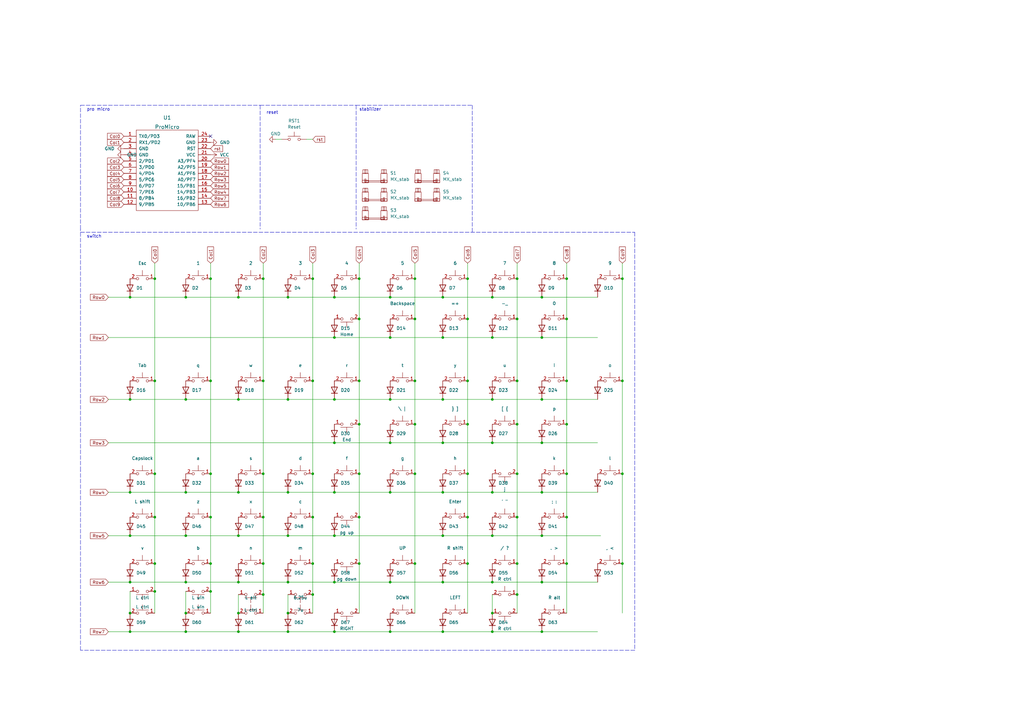
<source format=kicad_sch>
(kicad_sch (version 20231120) (generator "eeschema") (generator_version "8.0")
  (paper "A3")
  (junction (at 128.27 212.09))
  (junction (at 107.95 231.14))
  (junction (at 191.77 156.21))
  (junction (at 191.77 194.31))
  (junction (at 255.27 156.21))
  (junction (at 212.09 114.3))
  (junction (at 107.95 243.84))
  (junction (at 222.25 181.61))
  (junction (at 86.36 231.14))
  (junction (at 222.25 121.92))
  (junction (at 118.11 121.92))
  (junction (at 212.09 130.81))
  (junction (at 170.18 130.81))
  (junction (at 181.61 259.08))
  (junction (at 97.79 238.76))
  (junction (at 63.5 156.21))
  (junction (at 53.34 238.76))
  (junction (at 160.02 138.43))
  (junction (at 255.27 194.31))
  (junction (at 222.25 138.43))
  (junction (at 201.93 181.61))
  (junction (at 232.41 114.3))
  (junction (at 118.11 163.83))
  (junction (at 181.61 138.43))
  (junction (at 76.2 251.46))
  (junction (at 128.27 114.3))
  (junction (at 212.09 243.84))
  (junction (at 63.5 231.14))
  (junction (at 63.5 114.3))
  (junction (at 181.61 219.71))
  (junction (at 147.32 173.99))
  (junction (at 118.11 259.08))
  (junction (at 128.27 156.21))
  (junction (at 137.16 259.08))
  (junction (at 97.79 201.93))
  (junction (at 201.93 163.83))
  (junction (at 170.18 231.14))
  (junction (at 212.09 231.14))
  (junction (at 170.18 156.21))
  (junction (at 137.16 163.83))
  (junction (at 170.18 114.3))
  (junction (at 137.16 201.93))
  (junction (at 76.2 219.71))
  (junction (at 63.5 194.31))
  (junction (at 86.36 194.31))
  (junction (at 53.34 219.71))
  (junction (at 201.93 238.76))
  (junction (at 170.18 173.99))
  (junction (at 212.09 156.21))
  (junction (at 97.79 121.92))
  (junction (at 160.02 121.92))
  (junction (at 118.11 201.93))
  (junction (at 212.09 212.09))
  (junction (at 232.41 231.14))
  (junction (at 137.16 238.76))
  (junction (at 53.34 259.08))
  (junction (at 232.41 156.21))
  (junction (at 232.41 212.09))
  (junction (at 86.36 242.57))
  (junction (at 222.25 219.71))
  (junction (at 86.36 212.09))
  (junction (at 53.34 121.92))
  (junction (at 160.02 181.61))
  (junction (at 137.16 121.92))
  (junction (at 191.77 173.99))
  (junction (at 232.41 130.81))
  (junction (at 128.27 194.31))
  (junction (at 232.41 194.31))
  (junction (at 63.5 242.57))
  (junction (at 147.32 114.3))
  (junction (at 53.34 251.46))
  (junction (at 255.27 114.3))
  (junction (at 53.34 201.93))
  (junction (at 118.11 238.76))
  (junction (at 191.77 130.81))
  (junction (at 147.32 194.31))
  (junction (at 118.11 219.71))
  (junction (at 201.93 201.93))
  (junction (at 160.02 163.83))
  (junction (at 76.2 201.93))
  (junction (at 160.02 238.76))
  (junction (at 181.61 181.61))
  (junction (at 201.93 121.92))
  (junction (at 128.27 231.14))
  (junction (at 222.25 259.08))
  (junction (at 86.36 114.3))
  (junction (at 147.32 130.81))
  (junction (at 76.2 121.92))
  (junction (at 97.79 163.83))
  (junction (at 107.95 194.31))
  (junction (at 201.93 138.43))
  (junction (at 160.02 201.93))
  (junction (at 201.93 219.71))
  (junction (at 191.77 114.3))
  (junction (at 76.2 259.08))
  (junction (at 86.36 156.21))
  (junction (at 97.79 259.08))
  (junction (at 181.61 201.93))
  (junction (at 201.93 251.46))
  (junction (at 118.11 251.46))
  (junction (at 107.95 156.21))
  (junction (at 222.25 201.93))
  (junction (at 191.77 212.09))
  (junction (at 160.02 259.08))
  (junction (at 147.32 156.21))
  (junction (at 181.61 238.76))
  (junction (at 222.25 163.83))
  (junction (at 147.32 231.14))
  (junction (at 232.41 173.99))
  (junction (at 255.27 231.14))
  (junction (at 53.34 163.83))
  (junction (at 222.25 238.76))
  (junction (at 181.61 121.92))
  (junction (at 201.93 259.08))
  (junction (at 76.2 238.76))
  (junction (at 97.79 219.71))
  (junction (at 137.16 219.71))
  (junction (at 63.5 212.09))
  (junction (at 107.95 212.09))
  (junction (at 97.79 251.46))
  (junction (at 128.27 243.84))
  (junction (at 137.16 138.43))
  (junction (at 212.09 173.99))
  (junction (at 191.77 231.14))
  (junction (at 212.09 194.31))
  (junction (at 181.61 163.83))
  (junction (at 170.18 194.31))
  (junction (at 107.95 114.3))
  (junction (at 137.16 181.61))
  (junction (at 147.32 212.09))
  (junction (at 76.2 163.83))
  (no_connect (at 86.36 55.88))
  (polyline (pts (xy 146.05 43.18) (xy 146.05 93.98)) (stroke (width 0) (type dash)))
  (wire (pts (xy 160.02 121.92) (xy 181.61 121.92)))
  (wire (pts (xy 44.45 121.92) (xy 53.34 121.92)))
  (polyline (pts (xy 33.02 43.18) (xy 106.68 43.18)) (stroke (width 0) (type dash)))
  (wire (pts (xy 255.27 231.14) (xy 255.27 251.46)))
  (wire (pts (xy 232.41 231.14) (xy 232.41 251.46)))
  (wire (pts (xy 76.2 259.08) (xy 97.79 259.08)))
  (wire (pts (xy 201.93 181.61) (xy 222.25 181.61)))
  (wire (pts (xy 128.27 231.14) (xy 128.27 243.84)))
  (wire (pts (xy 222.25 201.93) (xy 245.11 201.93)))
  (wire (pts (xy 212.09 231.14) (xy 212.09 243.84)))
  (wire (pts (xy 118.11 219.71) (xy 137.16 219.71)))
  (wire (pts (xy 222.25 259.08) (xy 245.11 259.08)))
  (wire (pts (xy 86.36 156.21) (xy 86.36 194.31)))
  (wire (pts (xy 181.61 259.08) (xy 201.93 259.08)))
  (wire (pts (xy 201.93 259.08) (xy 222.25 259.08)))
  (wire (pts (xy 97.79 121.92) (xy 118.11 121.92)))
  (wire (pts (xy 118.11 163.83) (xy 137.16 163.83)))
  (wire (pts (xy 255.27 156.21) (xy 255.27 194.31)))
  (wire (pts (xy 53.34 242.57) (xy 53.34 251.46)))
  (wire (pts (xy 232.41 194.31) (xy 232.41 212.09)))
  (wire (pts (xy 212.09 156.21) (xy 212.09 173.99)))
  (wire (pts (xy 63.5 107.95) (xy 63.5 114.3)))
  (wire (pts (xy 63.5 231.14) (xy 63.5 242.57)))
  (wire (pts (xy 125.73 57.15) (xy 128.27 57.15)))
  (wire (pts (xy 53.34 201.93) (xy 76.2 201.93)))
  (wire (pts (xy 232.41 212.09) (xy 232.41 231.14)))
  (wire (pts (xy 86.36 194.31) (xy 86.36 212.09)))
  (wire (pts (xy 222.25 181.61) (xy 245.11 181.61)))
  (wire (pts (xy 201.93 201.93) (xy 222.25 201.93)))
  (wire (pts (xy 212.09 243.84) (xy 212.09 251.46)))
  (wire (pts (xy 170.18 130.81) (xy 170.18 156.21)))
  (wire (pts (xy 53.34 121.92) (xy 76.2 121.92)))
  (wire (pts (xy 63.5 212.09) (xy 63.5 231.14)))
  (wire (pts (xy 147.32 231.14) (xy 147.32 251.46)))
  (polyline (pts (xy 146.05 43.18) (xy 193.675 43.18)) (stroke (width 0) (type dash)))
  (wire (pts (xy 255.27 114.3) (xy 255.27 107.95)))
  (wire (pts (xy 76.2 201.93) (xy 97.79 201.93)))
  (wire (pts (xy 255.27 194.31) (xy 255.27 231.14)))
  (wire (pts (xy 191.77 212.09) (xy 191.77 231.14)))
  (wire (pts (xy 201.93 243.84) (xy 201.93 251.46)))
  (wire (pts (xy 160.02 181.61) (xy 181.61 181.61)))
  (wire (pts (xy 76.2 219.71) (xy 97.79 219.71)))
  (wire (pts (xy 147.32 212.09) (xy 147.32 231.14)))
  (wire (pts (xy 63.5 156.21) (xy 63.5 194.31)))
  (wire (pts (xy 97.79 201.93) (xy 118.11 201.93)))
  (wire (pts (xy 160.02 201.93) (xy 181.61 201.93)))
  (wire (pts (xy 147.32 194.31) (xy 147.32 212.09)))
  (wire (pts (xy 212.09 130.81) (xy 212.09 156.21)))
  (wire (pts (xy 107.95 212.09) (xy 107.95 231.14)))
  (wire (pts (xy 222.25 121.92) (xy 245.11 121.92)))
  (wire (pts (xy 160.02 259.08) (xy 181.61 259.08)))
  (wire (pts (xy 191.77 194.31) (xy 191.77 212.09)))
  (wire (pts (xy 160.02 138.43) (xy 181.61 138.43)))
  (wire (pts (xy 63.5 242.57) (xy 63.5 251.46)))
  (polyline (pts (xy 193.675 43.18) (xy 193.675 95.25)) (stroke (width 0) (type dash)))
  (wire (pts (xy 191.77 130.81) (xy 191.77 156.21)))
  (wire (pts (xy 137.16 138.43) (xy 160.02 138.43)))
  (wire (pts (xy 53.34 238.76) (xy 76.2 238.76)))
  (wire (pts (xy 137.16 201.93) (xy 160.02 201.93)))
  (wire (pts (xy 181.61 138.43) (xy 201.93 138.43)))
  (wire (pts (xy 97.79 243.84) (xy 97.79 251.46)))
  (wire (pts (xy 118.11 121.92) (xy 137.16 121.92)))
  (wire (pts (xy 181.61 121.92) (xy 201.93 121.92)))
  (wire (pts (xy 170.18 156.21) (xy 170.18 173.99)))
  (wire (pts (xy 232.41 114.3) (xy 232.41 107.95)))
  (wire (pts (xy 86.36 242.57) (xy 86.36 251.46)))
  (wire (pts (xy 76.2 238.76) (xy 97.79 238.76)))
  (wire (pts (xy 76.2 242.57) (xy 76.2 251.46)))
  (wire (pts (xy 86.36 212.09) (xy 86.36 231.14)))
  (wire (pts (xy 44.45 219.71) (xy 53.34 219.71)))
  (wire (pts (xy 128.27 114.3) (xy 128.27 156.21)))
  (wire (pts (xy 201.93 163.83) (xy 222.25 163.83)))
  (wire (pts (xy 53.34 219.71) (xy 76.2 219.71)))
  (wire (pts (xy 212.09 194.31) (xy 212.09 212.09)))
  (wire (pts (xy 222.25 138.43) (xy 245.11 138.43)))
  (wire (pts (xy 181.61 201.93) (xy 201.93 201.93)))
  (wire (pts (xy 44.45 181.61) (xy 137.16 181.61)))
  (wire (pts (xy 44.45 259.08) (xy 53.34 259.08)))
  (wire (pts (xy 181.61 163.83) (xy 201.93 163.83)))
  (wire (pts (xy 118.11 201.93) (xy 137.16 201.93)))
  (wire (pts (xy 128.27 114.3) (xy 128.27 107.95)))
  (wire (pts (xy 137.16 163.83) (xy 160.02 163.83)))
  (polyline (pts (xy 260.35 95.25) (xy 260.35 266.7)) (stroke (width 0) (type dash)))
  (wire (pts (xy 170.18 114.3) (xy 170.18 107.95)))
  (polyline (pts (xy 33.02 95.25) (xy 260.35 95.25)) (stroke (width 0) (type dash)))
  (wire (pts (xy 118.11 243.84) (xy 118.11 251.46)))
  (wire (pts (xy 137.16 219.71) (xy 181.61 219.71)))
  (wire (pts (xy 181.61 219.71) (xy 201.93 219.71)))
  (wire (pts (xy 181.61 181.61) (xy 201.93 181.61)))
  (wire (pts (xy 137.16 181.61) (xy 160.02 181.61)))
  (wire (pts (xy 160.02 238.76) (xy 181.61 238.76)))
  (wire (pts (xy 222.25 219.71) (xy 246.38 219.71)))
  (wire (pts (xy 147.32 173.99) (xy 147.32 194.31)))
  (wire (pts (xy 232.41 130.81) (xy 232.41 156.21)))
  (wire (pts (xy 128.27 156.21) (xy 128.27 194.31)))
  (wire (pts (xy 53.34 259.08) (xy 76.2 259.08)))
  (wire (pts (xy 137.16 121.92) (xy 160.02 121.92)))
  (wire (pts (xy 44.45 201.93) (xy 53.34 201.93)))
  (polyline (pts (xy 106.68 43.18) (xy 146.05 43.18)) (stroke (width 0) (type dash)))
  (wire (pts (xy 147.32 114.3) (xy 147.32 130.81)))
  (wire (pts (xy 212.09 114.3) (xy 212.09 130.81)))
  (wire (pts (xy 44.45 138.43) (xy 137.16 138.43)))
  (wire (pts (xy 76.2 163.83) (xy 97.79 163.83)))
  (wire (pts (xy 170.18 194.31) (xy 170.18 231.14)))
  (wire (pts (xy 53.34 163.83) (xy 76.2 163.83)))
  (polyline (pts (xy 33.02 266.7) (xy 33.02 193.04)) (stroke (width 0) (type dash)))
  (wire (pts (xy 118.11 238.76) (xy 137.16 238.76)))
  (wire (pts (xy 201.93 121.92) (xy 222.25 121.92)))
  (wire (pts (xy 255.27 114.3) (xy 255.27 156.21)))
  (polyline (pts (xy 260.35 266.7) (xy 33.02 266.7)) (stroke (width 0) (type dash)))
  (wire (pts (xy 128.27 243.84) (xy 128.27 251.46)))
  (wire (pts (xy 118.11 259.08) (xy 137.16 259.08)))
  (wire (pts (xy 232.41 173.99) (xy 232.41 194.31)))
  (wire (pts (xy 212.09 173.99) (xy 212.09 194.31)))
  (wire (pts (xy 107.95 194.31) (xy 107.95 212.09)))
  (wire (pts (xy 147.32 114.3) (xy 147.32 107.95)))
  (wire (pts (xy 201.93 138.43) (xy 222.25 138.43)))
  (wire (pts (xy 222.25 238.76) (xy 245.11 238.76)))
  (wire (pts (xy 86.36 114.3) (xy 86.36 156.21)))
  (wire (pts (xy 107.95 114.3) (xy 107.95 107.95)))
  (wire (pts (xy 170.18 231.14) (xy 170.18 251.46)))
  (wire (pts (xy 181.61 238.76) (xy 201.93 238.76)))
  (wire (pts (xy 97.79 259.08) (xy 118.11 259.08)))
  (wire (pts (xy 107.95 243.84) (xy 107.95 251.46)))
  (wire (pts (xy 107.95 231.14) (xy 107.95 243.84)))
  (wire (pts (xy 222.25 163.83) (xy 245.11 163.83)))
  (wire (pts (xy 137.16 259.08) (xy 160.02 259.08)))
  (wire (pts (xy 232.41 156.21) (xy 232.41 173.99)))
  (wire (pts (xy 86.36 231.14) (xy 86.36 242.57)))
  (wire (pts (xy 191.77 114.3) (xy 191.77 107.95)))
  (wire (pts (xy 147.32 156.21) (xy 147.32 173.99)))
  (wire (pts (xy 147.32 130.81) (xy 147.32 156.21)))
  (wire (pts (xy 191.77 114.3) (xy 191.77 130.81)))
  (wire (pts (xy 201.93 219.71) (xy 222.25 219.71)))
  (wire (pts (xy 107.95 156.21) (xy 107.95 194.31)))
  (wire (pts (xy 107.95 114.3) (xy 107.95 156.21)))
  (wire (pts (xy 76.2 121.92) (xy 97.79 121.92)))
  (polyline (pts (xy 106.68 43.18) (xy 106.68 93.98)) (stroke (width 0) (type dash)))
  (wire (pts (xy 170.18 173.99) (xy 170.18 194.31)))
  (wire (pts (xy 201.93 238.76) (xy 222.25 238.76)))
  (wire (pts (xy 97.79 219.71) (xy 118.11 219.71)))
  (wire (pts (xy 63.5 114.3) (xy 63.5 156.21)))
  (wire (pts (xy 97.79 163.83) (xy 118.11 163.83)))
  (wire (pts (xy 160.02 163.83) (xy 181.61 163.83)))
  (wire (pts (xy 63.5 194.31) (xy 63.5 212.09)))
  (polyline (pts (xy 33.02 93.98) (xy 33.02 43.18)) (stroke (width 0) (type dash)))
  (wire (pts (xy 44.45 238.76) (xy 53.34 238.76)))
  (wire (pts (xy 191.77 173.99) (xy 191.77 194.31)))
  (wire (pts (xy 128.27 212.09) (xy 128.27 231.14)))
  (polyline (pts (xy 33.02 193.04) (xy 33.02 93.98)) (stroke (width 0) (type dash)))
  (wire (pts (xy 191.77 156.21) (xy 191.77 173.99)))
  (wire (pts (xy 212.09 212.09) (xy 212.09 231.14)))
  (wire (pts (xy 86.36 107.95) (xy 86.36 114.3)))
  (wire (pts (xy 137.16 238.76) (xy 160.02 238.76)))
  (wire (pts (xy 128.27 194.31) (xy 128.27 212.09)))
  (wire (pts (xy 212.09 114.3) (xy 212.09 107.95)))
  (wire (pts (xy 44.45 163.83) (xy 53.34 163.83)))
  (wire (pts (xy 170.18 114.3) (xy 170.18 130.81)))
  (wire (pts (xy 191.77 231.14) (xy 191.77 251.46)))
  (wire (pts (xy 232.41 114.3) (xy 232.41 130.81)))
  (wire (pts (xy 115.57 57.15) (xy 113.03 57.15)))
  (wire (pts (xy 97.79 238.76) (xy 118.11 238.76)))
  (text "reset\n" (at 109.22 46.99 0) (effects (font (size 1.27 1.27)) (justify left bottom)))
  (text "pro micro\n" (at 35.56 45.72 0) (effects (font (size 1.27 1.27)) (justify left bottom)))
  (text "stabilizer\n" (at 147.32 45.72 0) (effects (font (size 1.27 1.27)) (justify left bottom)))
  (text "switch\n" (at 35.56 97.79 0) (effects (font (size 1.27 1.27)) (justify left bottom)))
  (global_label "Row6" (shape input) (at 86.36 83.82 0) (property "Intersheetrefs" "${INTERSHEET_REFS}" (effects (hide yes))))
  (global_label "Col1" (shape input) (at 86.36 107.95 90) (property "Intersheetrefs" "${INTERSHEET_REFS}" (effects (hide yes))))
  (global_label "Row4" (shape input) (at 86.36 78.74 0) (property "Intersheetrefs" "${INTERSHEET_REFS}" (effects (hide yes))))
  (global_label "Col7" (shape input) (at 212.09 107.95 90) (property "Intersheetrefs" "${INTERSHEET_REFS}" (effects (hide yes))))
  (global_label "Row6" (shape input) (at 44.45 238.76 180) (property "Intersheetrefs" "${INTERSHEET_REFS}" (effects (hide yes))))
  (global_label "rst" (shape input) (at 86.36 60.96 0) (property "Intersheetrefs" "${INTERSHEET_REFS}" (effects (hide yes))))
  (global_label "Row5" (shape input) (at 44.45 219.71 180) (property "Intersheetrefs" "${INTERSHEET_REFS}" (effects (hide yes))))
  (global_label "Row5" (shape input) (at 86.36 76.2 0) (property "Intersheetrefs" "${INTERSHEET_REFS}" (effects (hide yes))))
  (global_label "Row0" (shape input) (at 86.36 66.04 0) (property "Intersheetrefs" "${INTERSHEET_REFS}" (effects (hide yes))))
  (global_label "rst" (shape input) (at 128.27 57.15 0) (property "Intersheetrefs" "${INTERSHEET_REFS}" (effects (hide yes))))
  (global_label "Col6" (shape input) (at 191.77 107.95 90) (property "Intersheetrefs" "${INTERSHEET_REFS}" (effects (hide yes))))
  (global_label "Col1" (shape input) (at 50.8 58.42 180) (property "Intersheetrefs" "${INTERSHEET_REFS}" (effects (hide yes))))
  (global_label "Col2" (shape input) (at 107.95 107.95 90) (property "Intersheetrefs" "${INTERSHEET_REFS}" (effects (hide yes))))
  (global_label "Col8" (shape input) (at 232.41 107.95 90) (property "Intersheetrefs" "${INTERSHEET_REFS}" (effects (hide yes))))
  (global_label "Row7" (shape input) (at 86.36 81.28 0) (property "Intersheetrefs" "${INTERSHEET_REFS}" (effects (hide yes))))
  (global_label "Row3" (shape input) (at 44.45 181.61 180) (property "Intersheetrefs" "${INTERSHEET_REFS}" (effects (hide yes))))
  (global_label "Col0" (shape input) (at 50.8 55.88 180) (property "Intersheetrefs" "${INTERSHEET_REFS}" (effects (hide yes))))
  (global_label "Row2" (shape input) (at 44.45 163.83 180) (property "Intersheetrefs" "${INTERSHEET_REFS}" (effects (hide yes))))
  (global_label "Col9" (shape input) (at 255.27 107.95 90) (property "Intersheetrefs" "${INTERSHEET_REFS}" (effects (hide yes))))
  (global_label "Row2" (shape input) (at 86.36 71.12 0) (property "Intersheetrefs" "${INTERSHEET_REFS}" (effects (hide yes))))
  (global_label "Row1" (shape input) (at 44.45 138.43 180) (property "Intersheetrefs" "${INTERSHEET_REFS}" (effects (hide yes))))
  (global_label "Col9" (shape input) (at 50.8 83.82 180) (property "Intersheetrefs" "${INTERSHEET_REFS}" (effects (hide yes))))
  (global_label "Col7" (shape input) (at 50.8 78.74 180) (property "Intersheetrefs" "${INTERSHEET_REFS}" (effects (hide yes))))
  (global_label "Row4" (shape input) (at 44.45 201.93 180) (property "Intersheetrefs" "${INTERSHEET_REFS}" (effects (hide yes))))
  (global_label "Col3" (shape input) (at 128.27 107.95 90) (property "Intersheetrefs" "${INTERSHEET_REFS}" (effects (hide yes))))
  (global_label "Col5" (shape input) (at 50.8 73.66 180) (property "Intersheetrefs" "${INTERSHEET_REFS}" (effects (hide yes))))
  (global_label "Row3" (shape input) (at 86.36 73.66 0) (property "Intersheetrefs" "${INTERSHEET_REFS}" (effects (hide yes))))
  (global_label "Col8" (shape input) (at 50.8 81.28 180) (property "Intersheetrefs" "${INTERSHEET_REFS}" (effects (hide yes))))
  (global_label "Col6" (shape input) (at 50.8 76.2 180) (property "Intersheetrefs" "${INTERSHEET_REFS}" (effects (hide yes))))
  (global_label "Col0" (shape input) (at 63.5 107.95 90) (property "Intersheetrefs" "${INTERSHEET_REFS}" (effects (hide yes))))
  (global_label "Row7" (shape input) (at 44.45 259.08 180) (property "Intersheetrefs" "${INTERSHEET_REFS}" (effects (hide yes))))
  (global_label "Col4" (shape input) (at 50.8 71.12 180) (property "Intersheetrefs" "${INTERSHEET_REFS}" (effects (hide yes))))
  (global_label "Row1" (shape input) (at 86.36 68.58 0) (property "Intersheetrefs" "${INTERSHEET_REFS}" (effects (hide yes))))
  (global_label "Col4" (shape input) (at 147.32 107.95 90) (property "Intersheetrefs" "${INTERSHEET_REFS}" (effects (hide yes))))
  (global_label "Row0" (shape input) (at 44.45 121.92 180) (property "Intersheetrefs" "${INTERSHEET_REFS}" (effects (hide yes))))
  (global_label "Col5" (shape input) (at 170.18 107.95 90) (property "Intersheetrefs" "${INTERSHEET_REFS}" (effects (hide yes))))
  (global_label "Col2" (shape input) (at 50.8 66.04 180) (property "Intersheetrefs" "${INTERSHEET_REFS}" (effects (hide yes))))
  (global_label "Col3" (shape input) (at 50.8 68.58 180) (property "Intersheetrefs" "${INTERSHEET_REFS}" (effects (hide yes))))
  (symbol (lib_id "keebio:MX_LED") (at 58.42 194.31 0) (mirror y) (unit 1)
    (property "Reference" "SW31" (effects (hide yes)))
    (property "Value" "Capslock" (at 58.42 187.96 0))
    (property "Footprint" "PCM_Switch_Keyboard_Hotswap_Kailh:SW_Hotswap_Kailh_MX_1.75u" (effects (hide yes)))
  )
  (symbol (lib_id "keebio:MX_LED") (at 186.69 156.21 0) (mirror y) (unit 1)
    (property "Reference" "SW22" (effects (hide yes)))
    (property "Value" "y" (at 186.69 149.86 0))
    (property "Footprint" "PCM_Switch_Keyboard_Hotswap_Kailh:SW_Hotswap_Kailh_MX_1.00u" (effects (hide yes)))
  )
  (symbol (lib_id "Diode:1N4148W") (at 97.79 255.27 90) (unit 1)
    (property "Reference" "D61" (at 100.33 255.2699 90) (effects (justify right)))
    (property "Value" "1N4148W" (effects (hide yes)))
    (property "Footprint" "Cipulot:D_SOD123" (effects (hide yes)))
    (property "Datasheet" "https://www.vishay.com/docs/85748/1n4148w.pdf" (effects (hide yes)))
  )
  (symbol (lib_id "Diode:1N4148W") (at 181.61 215.9 90) (unit 1)
    (property "Reference" "D43" (at 184.15 215.8999 90) (effects (justify right)))
    (property "Value" "1N4148W" (effects (hide yes)))
    (property "Footprint" "Cipulot:D_SOD123" (effects (hide yes)))
    (property "Datasheet" "https://www.vishay.com/docs/85748/1n4148w.pdf" (effects (hide yes)))
  )
  (symbol (lib_id "marbastlib-mx:MX_stab") (at 175.26 72.39 0) (unit 1)
    (property "Reference" "S4" (at 181.61 70.9929 0) (effects (justify left)))
    (property "Value" "MX_stab" (at 181.61 73.5329 0) (effects (justify left)))
    (property "Footprint" "PCM_Mounting_Keyboard_Stabilizer:Stabilizer_Cherry_MX_6.25u" (effects (hide yes)))
    (property "Description" "Cherry MX-style stabilizer" (effects (hide yes)))
  )
  (symbol (lib_id "keebio:MX_LED") (at 142.24 212.09 0) (mirror x) (unit 1)
    (property "Reference" "SW44" (effects (hide yes)))
    (property "Value" "pg up" (at 142.24 218.44 0))
    (property "Footprint" "PCM_Switch_Keyboard_Hotswap_Kailh:SW_Hotswap_Kailh_MX_1.00u" (effects (hide yes)))
  )
  (symbol (lib_id "keebio:MX_LED") (at 58.42 114.3 0) (mirror y) (unit 1)
    (property "Reference" "SW1" (effects (hide yes)))
    (property "Value" "Esc" (at 58.42 107.95 0))
    (property "Footprint" "PCM_Switch_Keyboard_Hotswap_Kailh:SW_Hotswap_Kailh_MX_1.00u" (effects (hide yes)))
  )
  (symbol (lib_id "keebio:MX_LED") (at 207.01 231.14 0) (mirror y) (unit 1)
    (property "Reference" "SW55" (effects (hide yes)))
    (property "Value" "/ ?" (at 207.01 224.79 0))
    (property "Footprint" "PCM_Switch_Keyboard_Hotswap_Kailh:SW_Hotswap_Kailh_MX_1.00u" (effects (hide yes)))
  )
  (symbol (lib_id "keebio:MX_LED") (at 142.24 231.14 0) (mirror x) (unit 1)
    (property "Reference" "SW58" (effects (hide yes)))
    (property "Value" "pg down" (at 142.24 237.49 0))
    (property "Footprint" "PCM_Switch_Keyboard_Hotswap_Kailh:SW_Hotswap_Kailh_MX_1.00u" (effects (hide yes)))
  )
  (symbol (lib_id "keebio:MX_LED") (at 186.69 114.3 0) (mirror y) (unit 1)
    (property "Reference" "SW7" (effects (hide yes)))
    (property "Value" "6" (at 186.69 107.95 0))
    (property "Footprint" "PCM_Switch_Keyboard_Hotswap_Kailh:SW_Hotswap_Kailh_MX_1.00u" (effects (hide yes)))
  )
  (symbol (lib_id "Diode:1N4148W") (at 137.16 177.8 90) (unit 1)
    (property "Reference" "D30" (at 139.7 177.7999 90) (effects (justify right)))
    (property "Value" "1N4148W" (effects (hide yes)))
    (property "Footprint" "Cipulot:D_SOD123" (effects (hide yes)))
    (property "Datasheet" "https://www.vishay.com/docs/85748/1n4148w.pdf" (effects (hide yes)))
  )
  (symbol (lib_id "Diode:1N4148W") (at 160.02 177.8 90) (unit 1)
    (property "Reference" "D29" (at 162.56 177.7999 90) (effects (justify right)))
    (property "Value" "1N4148W" (effects (hide yes)))
    (property "Footprint" "Cipulot:D_SOD123" (effects (hide yes)))
    (property "Datasheet" "https://www.vishay.com/docs/85748/1n4148w.pdf" (effects (hide yes)))
  )
  (symbol (lib_id "Diode:1N4148W") (at 160.02 198.12 90) (unit 1)
    (property "Reference" "D36" (at 162.56 198.1199 90) (effects (justify right)))
    (property "Value" "1N4148W" (effects (hide yes)))
    (property "Footprint" "Cipulot:D_SOD123" (effects (hide yes)))
    (property "Datasheet" "https://www.vishay.com/docs/85748/1n4148w.pdf" (effects (hide yes)))
  )
  (symbol (lib_id "Diode:1N4148W") (at 222.25 134.62 90) (unit 1)
    (property "Reference" "D11" (at 224.79 134.6199 90) (effects (justify right)))
    (property "Value" "1N4148W" (effects (hide yes)))
    (property "Footprint" "Cipulot:D_SOD123" (effects (hide yes)))
    (property "Datasheet" "https://www.vishay.com/docs/85748/1n4148w.pdf" (effects (hide yes)))
  )
  (symbol (lib_id "keebio:MX_LED") (at 142.24 130.81 0) (mirror x) (unit 1)
    (property "Reference" "SW15" (effects (hide yes)))
    (property "Value" "Home" (at 142.24 137.16 0))
    (property "Footprint" "PCM_Switch_Keyboard_Hotswap_Kailh:SW_Hotswap_Kailh_MX_1.00u" (effects (hide yes)))
  )
  (symbol (lib_id "Diode:1N4148W") (at 53.34 160.02 90) (unit 1)
    (property "Reference" "D16" (at 55.88 160.0199 90) (effects (justify right)))
    (property "Value" "1N4148W" (effects (hide yes)))
    (property "Footprint" "Cipulot:D_SOD123" (effects (hide yes)))
    (property "Datasheet" "https://www.vishay.com/docs/85748/1n4148w.pdf" (effects (hide yes)))
  )
  (symbol (lib_id "Diode:1N4148W") (at 160.02 234.95 90) (unit 1)
    (property "Reference" "D57" (at 162.56 234.9499 90) (effects (justify right)))
    (property "Value" "1N4148W" (effects (hide yes)))
    (property "Footprint" "Cipulot:D_SOD123" (effects (hide yes)))
    (property "Datasheet" "https://www.vishay.com/docs/85748/1n4148w.pdf" (effects (hide yes)))
  )
  (symbol (lib_id "keebio:MX_LED") (at 227.33 194.31 0) (mirror y) (unit 1)
    (property "Reference" "SW39" (effects (hide yes)))
    (property "Value" "k" (at 227.33 187.96 0))
    (property "Footprint" "PCM_Switch_Keyboard_Hotswap_Kailh:SW_Hotswap_Kailh_MX_1.00u" (effects (hide yes)))
  )
  (symbol (lib_id "keebio:MX_LED") (at 58.42 242.57 0) (mirror x) (unit 1)
    (property "Reference" "SW68" (effects (hide yes)))
    (property "Value" "L ctrl" (at 58.42 248.92 0))
    (property "Footprint" "PCM_Switch_Keyboard_Hotswap_Kailh:SW_Hotswap_Kailh_MX_1.50u" (effects (hide yes)))
  )
  (symbol (lib_id "Diode:1N4148W") (at 76.2 198.12 90) (unit 1)
    (property "Reference" "D32" (at 78.74 198.1199 90) (effects (justify right)))
    (property "Value" "1N4148W" (effects (hide yes)))
    (property "Footprint" "Cipulot:D_SOD123" (effects (hide yes)))
    (property "Datasheet" "https://www.vishay.com/docs/85748/1n4148w.pdf" (effects (hide yes)))
  )
  (symbol (lib_id "keebio:MX_LED") (at 227.33 231.14 0) (mirror y) (unit 1)
    (property "Reference" "SW54" (effects (hide yes)))
    (property "Value" ". >" (at 227.33 224.79 0))
    (property "Footprint" "PCM_Switch_Keyboard_Hotswap_Kailh:SW_Hotswap_Kailh_MX_1.00u" (effects (hide yes)))
  )
  (symbol (lib_id "keebio:MX_LED") (at 123.19 114.3 0) (mirror y) (unit 1)
    (property "Reference" "SW4" (effects (hide yes)))
    (property "Value" "3" (at 123.19 107.95 0))
    (property "Footprint" "PCM_Switch_Keyboard_Hotswap_Kailh:SW_Hotswap_Kailh_MX_1.00u" (effects (hide yes)))
  )
  (symbol (lib_id "keebio:MX_LED") (at 142.24 114.3 0) (mirror y) (unit 1)
    (property "Reference" "SW5" (effects (hide yes)))
    (property "Value" "4" (at 142.24 107.95 0))
    (property "Footprint" "PCM_Switch_Keyboard_Hotswap_Kailh:SW_Hotswap_Kailh_MX_1.00u" (effects (hide yes)))
  )
  (symbol (lib_id "Diode:1N4148W") (at 118.11 255.27 90) (unit 1)
    (property "Reference" "D62" (at 120.65 255.2699 90) (effects (justify right)))
    (property "Value" "1N4148W" (effects (hide yes)))
    (property "Footprint" "Cipulot:D_SOD123" (effects (hide yes)))
    (property "Datasheet" "https://www.vishay.com/docs/85748/1n4148w.pdf" (effects (hide yes)))
  )
  (symbol (lib_id "Diode:1N4148W") (at 160.02 134.62 90) (unit 1)
    (property "Reference" "D14" (at 162.56 134.6199 90) (effects (justify right)))
    (property "Value" "1N4148W" (effects (hide yes)))
    (property "Footprint" "Cipulot:D_SOD123" (effects (hide yes)))
    (property "Datasheet" "https://www.vishay.com/docs/85748/1n4148w.pdf" (effects (hide yes)))
  )
  (symbol (lib_id "Diode:1N4148W") (at 181.61 255.27 90) (unit 1)
    (property "Reference" "D65" (at 184.15 255.2699 90) (effects (justify right)))
    (property "Value" "1N4148W" (effects (hide yes)))
    (property "Footprint" "Cipulot:D_SOD123" (effects (hide yes)))
    (property "Datasheet" "https://www.vishay.com/docs/85748/1n4148w.pdf" (effects (hide yes)))
  )
  (symbol (lib_id "Diode:1N4148W") (at 118.11 215.9 90) (unit 1)
    (property "Reference" "D48" (at 120.65 215.8999 90) (effects (justify right)))
    (property "Value" "1N4148W" (effects (hide yes)))
    (property "Footprint" "Cipulot:D_SOD123" (effects (hide yes)))
    (property "Datasheet" "https://www.vishay.com/docs/85748/1n4148w.pdf" (effects (hide yes)))
  )
  (symbol (lib_id "keebio:MX_LED") (at 142.24 194.31 0) (mirror y) (unit 1)
    (property "Reference" "SW35" (effects (hide yes)))
    (property "Value" "f" (at 142.24 187.96 0))
    (property "Footprint" "PCM_Switch_Keyboard_Hotswap_Kailh:SW_Hotswap_Kailh_MX_1.00u" (effects (hide yes)))
  )
  (symbol (lib_id "Diode:1N4148W") (at 118.11 160.02 90) (unit 1)
    (property "Reference" "D19" (at 120.65 160.0199 90) (effects (justify right)))
    (property "Value" "1N4148W" (effects (hide yes)))
    (property "Footprint" "Cipulot:D_SOD123" (effects (hide yes)))
    (property "Datasheet" "https://www.vishay.com/docs/85748/1n4148w.pdf" (effects (hide yes)))
  )
  (symbol (lib_id "keebio:MX_LED") (at 165.1 156.21 0) (mirror y) (unit 1)
    (property "Reference" "SW21" (effects (hide yes)))
    (property "Value" "t" (at 165.1 149.86 0))
    (property "Footprint" "PCM_Switch_Keyboard_Hotswap_Kailh:SW_Hotswap_Kailh_MX_1.00u" (effects (hide yes)))
  )
  (symbol (lib_id "keebio:MX_LED") (at 58.42 231.14 0) (mirror y) (unit 1)
    (property "Reference" "SW49" (effects (hide yes)))
    (property "Value" "v" (at 58.42 224.79 0))
    (property "Footprint" "PCM_Switch_Keyboard_Hotswap_Kailh:SW_Hotswap_Kailh_MX_1.00u" (effects (hide yes)))
  )
  (symbol (lib_id "keebio:MX_LED") (at 123.19 212.09 0) (mirror y) (unit 1)
    (property "Reference" "SW48" (effects (hide yes)))
    (property "Value" "c" (at 123.19 205.74 0))
    (property "Footprint" "PCM_Switch_Keyboard_Hotswap_Kailh:SW_Hotswap_Kailh_MX_1.00u" (effects (hide yes)))
  )
  (symbol (lib_id "keebio:MX_LED") (at 165.1 130.81 0) (mirror y) (unit 1)
    (property "Reference" "SW14" (effects (hide yes)))
    (property "Value" "Backspace" (at 165.1 124.46 0))
    (property "Footprint" "PCM_Switch_Keyboard_Hotswap_Kailh:SW_Hotswap_Kailh_MX_1.00u" (effects (hide yes)))
  )
  (symbol (lib_id "keebio:MX_LED") (at 123.19 251.46 0) (mirror y) (unit 1)
    (property "Reference" "SW62" (effects (hide yes)))
    (property "Value" "6,25u" (at 123.19 245.11 0))
    (property "Footprint" "PCM_Switch_Keyboard_Hotswap_Kailh:SW_Hotswap_Kailh_MX_1.00u" (effects (hide yes)))
  )
  (symbol (lib_id "keebio:MX_LED") (at 250.19 114.3 0) (mirror y) (unit 1)
    (property "Reference" "SW10" (effects (hide yes)))
    (property "Value" "9" (at 250.19 107.95 0))
    (property "Footprint" "PCM_Switch_Keyboard_Hotswap_Kailh:SW_Hotswap_Kailh_MX_1.00u" (effects (hide yes)))
  )
  (symbol (lib_id "keebio:MX_LED") (at 227.33 212.09 0) (mirror y) (unit 1)
    (property "Reference" "SW41" (effects (hide yes)))
    (property "Value" "; :" (at 227.33 205.74 0))
    (property "Footprint" "PCM_Switch_Keyboard_Hotswap_Kailh:SW_Hotswap_Kailh_MX_1.00u" (effects (hide yes)))
  )
  (symbol (lib_id "Diode:1N4148W") (at 118.11 234.95 90) (unit 1)
    (property "Reference" "D52" (at 120.65 234.9499 90) (effects (justify right)))
    (property "Value" "1N4148W" (effects (hide yes)))
    (property "Footprint" "Cipulot:D_SOD123" (effects (hide yes)))
    (property "Datasheet" "https://www.vishay.com/docs/85748/1n4148w.pdf" (effects (hide yes)))
  )
  (symbol (lib_id "keebio:MX_LED") (at 102.87 243.84 0) (mirror x) (unit 1)
    (property "Reference" "SW70" (effects (hide yes)))
    (property "Value" "L ctrl" (at 102.87 250.19 0))
    (property "Footprint" "PCM_Switch_Keyboard_Hotswap_Kailh:SW_Hotswap_Kailh_MX_1.50u" (effects (hide yes)))
  )
  (symbol (lib_id "keebio:MX_LED") (at 227.33 156.21 0) (mirror y) (unit 1)
    (property "Reference" "SW24" (effects (hide yes)))
    (property "Value" "i" (at 227.33 149.86 0))
    (property "Footprint" "PCM_Switch_Keyboard_Hotswap_Kailh:SW_Hotswap_Kailh_MX_1.00u" (effects (hide yes)))
  )
  (symbol (lib_id "keebio:MX_LED") (at 165.1 251.46 0) (mirror y) (unit 1)
    (property "Reference" "SW66" (effects (hide yes)))
    (property "Value" "DOWN" (at 165.1 245.11 0))
    (property "Footprint" "PCM_Switch_Keyboard_Hotswap_Kailh:SW_Hotswap_Kailh_MX_1.00u" (effects (hide yes)))
  )
  (symbol (lib_id "Diode:1N4148W") (at 137.16 215.9 90) (unit 1)
    (property "Reference" "D44" (at 139.7 215.8999 90) (effects (justify right)))
    (property "Value" "1N4148W" (effects (hide yes)))
    (property "Footprint" "Cipulot:D_SOD123" (effects (hide yes)))
    (property "Datasheet" "https://www.vishay.com/docs/85748/1n4148w.pdf" (effects (hide yes)))
  )
  (symbol (lib_id "keebio:MX_LED") (at 102.87 251.46 0) (mirror y) (unit 1)
    (property "Reference" "SW61" (effects (hide yes)))
    (property "Value" "L alt" (at 102.87 245.11 0))
    (property "Footprint" "PCM_Switch_Keyboard_Hotswap_Kailh:SW_Hotswap_Kailh_MX_1.00u" (effects (hide yes)))
  )
  (symbol (lib_id "Diode:1N4148W") (at 181.61 198.12 90) (unit 1)
    (property "Reference" "D37" (at 184.15 198.1199 90) (effects (justify right)))
    (property "Value" "1N4148W" (effects (hide yes)))
    (property "Footprint" "Cipulot:D_SOD123" (effects (hide yes)))
    (property "Datasheet" "https://www.vishay.com/docs/85748/1n4148w.pdf" (effects (hide yes)))
  )
  (symbol (lib_id "Diode:1N4148W") (at 137.16 198.12 90) (unit 1)
    (property "Reference" "D35" (at 139.7 198.1199 90) (effects (justify right)))
    (property "Value" "1N4148W" (effects (hide yes)))
    (property "Footprint" "Cipulot:D_SOD123" (effects (hide yes)))
    (property "Datasheet" "https://www.vishay.com/docs/85748/1n4148w.pdf" (effects (hide yes)))
  )
  (symbol (lib_id "keebio:MX_LED") (at 227.33 173.99 0) (mirror y) (unit 1)
    (property "Reference" "SW26" (effects (hide yes)))
    (property "Value" "p" (at 227.33 167.64 0))
    (property "Footprint" "PCM_Switch_Keyboard_Hotswap_Kailh:SW_Hotswap_Kailh_MX_1.00u" (effects (hide yes)))
  )
  (symbol (lib_id "power:GND") (at 50.8 63.5 270) (unit 1)
    (property "Reference" "#PWR0103" (effects (hide yes)))
    (property "Value" "GND" (at 52.07 63.4999 90) (effects (justify left)))
  )
  (symbol (lib_id "keebio:MX_LED") (at 207.01 173.99 0) (mirror y) (unit 1)
    (property "Reference" "SW27" (effects (hide yes)))
    (property "Value" "[ {" (at 207.01 167.64 0))
    (property "Footprint" "PCM_Switch_Keyboard_Hotswap_Kailh:SW_Hotswap_Kailh_MX_1.00u" (effects (hide yes)))
  )
  (symbol (lib_id "Diode:1N4148W") (at 118.11 118.11 90) (unit 1)
    (property "Reference" "D4" (at 120.65 118.1099 90) (effects (justify right)))
    (property "Value" "1N4148W" (effects (hide yes)))
    (property "Footprint" "Cipulot:D_SOD123" (effects (hide yes)))
    (property "Datasheet" "https://www.vishay.com/docs/85748/1n4148w.pdf" (effects (hide yes)))
  )
  (symbol (lib_id "Diode:1N4148W") (at 181.61 118.11 90) (unit 1)
    (property "Reference" "D7" (at 184.15 118.1099 90) (effects (justify right)))
    (property "Value" "1N4148W" (effects (hide yes)))
    (property "Footprint" "Cipulot:D_SOD123" (effects (hide yes)))
    (property "Datasheet" "https://www.vishay.com/docs/85748/1n4148w.pdf" (effects (hide yes)))
  )
  (symbol (lib_id "keebio:MX_LED") (at 81.28 242.57 0) (mirror x) (unit 1)
    (property "Reference" "SW69" (effects (hide yes)))
    (property "Value" "L win" (at 81.28 248.92 0))
    (property "Footprint" "PCM_Switch_Keyboard_Hotswap_Kailh:SW_Hotswap_Kailh_MX_1.00u" (effects (hide yes)))
  )
  (symbol (lib_id "keebio:MX_LED") (at 81.28 114.3 0) (mirror y) (unit 1)
    (property "Reference" "SW2" (effects (hide yes)))
    (property "Value" "1" (at 81.28 107.95 0))
    (property "Footprint" "PCM_Switch_Keyboard_Hotswap_Kailh:SW_Hotswap_Kailh_MX_1.00u" (effects (hide yes)))
  )
  (symbol (lib_id "Diode:1N4148W") (at 181.61 160.02 90) (unit 1)
    (property "Reference" "D22" (at 184.15 160.0199 90) (effects (justify right)))
    (property "Value" "1N4148W" (effects (hide yes)))
    (property "Footprint" "Cipulot:D_SOD123" (effects (hide yes)))
    (property "Datasheet" "https://www.vishay.com/docs/85748/1n4148w.pdf" (effects (hide yes)))
  )
  (symbol (lib_id "Diode:1N4148W") (at 97.79 118.11 90) (unit 1)
    (property "Reference" "D3" (at 100.33 118.1099 90) (effects (justify right)))
    (property "Value" "1N4148W" (effects (hide yes)))
    (property "Footprint" "Cipulot:D_SOD123" (effects (hide yes)))
    (property "Datasheet" "https://www.vishay.com/docs/85748/1n4148w.pdf" (effects (hide yes)))
  )
  (symbol (lib_id "Diode:1N4148W") (at 245.11 198.12 90) (unit 1)
    (property "Reference" "D40" (at 247.65 198.1199 90) (effects (justify right)))
    (property "Value" "1N4148W" (effects (hide yes)))
    (property "Footprint" "Cipulot:D_SOD123" (effects (hide yes)))
    (property "Datasheet" "https://www.vishay.com/docs/85748/1n4148w.pdf" (effects (hide yes)))
  )
  (symbol (lib_id "keebio:ProMicro") (at 68.58 69.85 0) (unit 1)
    (property "Reference" "U1" (at 68.58 48.26 0) (effects (font (size 1.524 1.524))))
    (property "Value" "ProMicro" (at 68.58 52.07 0) (effects (font (size 1.524 1.524))))
    (property "Footprint" "Cipulot:ProMicro-NoSilk" (effects (hide yes)))
  )
  (symbol (lib_id "keebio:MX_LED") (at 207.01 243.84 0) (mirror y) (unit 1)
    (property "Reference" "SW72" (effects (hide yes)))
    (property "Value" "R ctrl" (at 207.01 237.49 0))
    (property "Footprint" "PCM_Switch_Keyboard_Hotswap_Kailh:SW_Hotswap_Kailh_MX_1.50u" (effects (hide yes)))
  )
  (symbol (lib_id "keebio:MX_LED") (at 123.19 231.14 0) (mirror y) (unit 1)
    (property "Reference" "SW52" (effects (hide yes)))
    (property "Value" "m" (at 123.19 224.79 0))
    (property "Footprint" "PCM_Switch_Keyboard_Hotswap_Kailh:SW_Hotswap_Kailh_MX_1.00u" (effects (hide yes)))
  )
  (symbol (lib_id "keebio:MX_LED") (at 165.1 194.31 0) (mirror y) (unit 1)
    (property "Reference" "SW36" (effects (hide yes)))
    (property "Value" "g" (at 165.1 187.96 0))
    (property "Footprint" "PCM_Switch_Keyboard_Hotswap_Kailh:SW_Hotswap_Kailh_MX_1.00u" (effects (hide yes)))
  )
  (symbol (lib_id "Diode:1N4148W") (at 181.61 134.62 90) (unit 1)
    (property "Reference" "D13" (at 184.15 134.6199 90) (effects (justify right)))
    (property "Value" "1N4148W" (effects (hide yes)))
    (property "Footprint" "Cipulot:D_SOD123" (effects (hide yes)))
    (property "Datasheet" "https://www.vishay.com/docs/85748/1n4148w.pdf" (effects (hide yes)))
  )
  (symbol (lib_id "Diode:1N4148W") (at 160.02 160.02 90) (unit 1)
    (property "Reference" "D21" (at 162.56 160.0199 90) (effects (justify right)))
    (property "Value" "1N4148W" (effects (hide yes)))
    (property "Footprint" "Cipulot:D_SOD123" (effects (hide yes)))
    (property "Datasheet" "https://www.vishay.com/docs/85748/1n4148w.pdf" (effects (hide yes)))
  )
  (symbol (lib_id "keebio:MX_LED") (at 250.19 231.14 0) (mirror y) (unit 1)
    (property "Reference" "SW53" (effects (hide yes)))
    (property "Value" ", <" (at 250.19 224.79 0))
    (property "Footprint" "PCM_Switch_Keyboard_Hotswap_Kailh:SW_Hotswap_Kailh_MX_1.00u" (effects (hide yes)))
  )
  (symbol (lib_id "keebio:MX_LED") (at 142.24 173.99 0) (mirror x) (unit 1)
    (property "Reference" "SW30" (effects (hide yes)))
    (property "Value" "End" (at 142.24 180.34 0))
    (property "Footprint" "PCM_Switch_Keyboard_Hotswap_Kailh:SW_Hotswap_Kailh_MX_1.00u" (effects (hide yes)))
  )
  (symbol (lib_id "Diode:1N4148W") (at 76.2 234.95 90) (unit 1)
    (property "Reference" "D50" (at 78.74 234.9499 90) (effects (justify right)))
    (property "Value" "1N4148W" (effects (hide yes)))
    (property "Footprint" "Cipulot:D_SOD123" (effects (hide yes)))
    (property "Datasheet" "https://www.vishay.com/docs/85748/1n4148w.pdf" (effects (hide yes)))
  )
  (symbol (lib_id "keebio:MX_LED") (at 165.1 231.14 0) (mirror y) (unit 1)
    (property "Reference" "SW57" (effects (hide yes)))
    (property "Value" "UP" (at 165.1 224.79 0))
    (property "Footprint" "PCM_Switch_Keyboard_Hotswap_Kailh:SW_Hotswap_Kailh_MX_1.00u" (effects (hide yes)))
  )
  (symbol (lib_id "Diode:1N4148W") (at 222.25 160.02 90) (unit 1)
    (property "Reference" "D24" (at 224.79 160.0199 90) (effects (justify right)))
    (property "Value" "1N4148W" (effects (hide yes)))
    (property "Footprint" "Cipulot:D_SOD123" (effects (hide yes)))
    (property "Datasheet" "https://www.vishay.com/docs/85748/1n4148w.pdf" (effects (hide yes)))
  )
  (symbol (lib_id "Diode:1N4148W") (at 222.25 255.27 90) (unit 1)
    (property "Reference" "D63" (at 224.79 255.2699 90) (effects (justify right)))
    (property "Value" "1N4148W" (effects (hide yes)))
    (property "Footprint" "Cipulot:D_SOD123" (effects (hide yes)))
    (property "Datasheet" "https://www.vishay.com/docs/85748/1n4148w.pdf" (effects (hide yes)))
  )
  (symbol (lib_id "keebio:MX_LED") (at 81.28 156.21 0) (mirror y) (unit 1)
    (property "Reference" "SW17" (effects (hide yes)))
    (property "Value" "q" (at 81.28 149.86 0))
    (property "Footprint" "PCM_Switch_Keyboard_Hotswap_Kailh:SW_Hotswap_Kailh_MX_1.00u" (effects (hide yes)))
  )
  (symbol (lib_id "Diode:1N4148W") (at 245.11 160.02 90) (unit 1)
    (property "Reference" "D25" (at 247.65 160.0199 90) (effects (justify right)))
    (property "Value" "1N4148W" (effects (hide yes)))
    (property "Footprint" "Cipulot:D_SOD123" (effects (hide yes)))
    (property "Datasheet" "https://www.vishay.com/docs/85748/1n4148w.pdf" (effects (hide yes)))
  )
  (symbol (lib_id "keebio:MX_LED") (at 165.1 173.99 0) (mirror y) (unit 1)
    (property "Reference" "SW29" (effects (hide yes)))
    (property "Value" "\\ |" (at 165.1 167.64 0))
    (property "Footprint" "PCM_Switch_Keyboard_Hotswap_Kailh:SW_Hotswap_Kailh_MX_1.00u" (effects (hide yes)))
  )
  (symbol (lib_id "Diode:1N4148W") (at 222.25 118.11 90) (unit 1)
    (property "Reference" "D9" (at 224.79 118.1099 90) (effects (justify right)))
    (property "Value" "1N4148W" (effects (hide yes)))
    (property "Footprint" "Cipulot:D_SOD123" (effects (hide yes)))
    (property "Datasheet" "https://www.vishay.com/docs/85748/1n4148w.pdf" (effects (hide yes)))
  )
  (symbol (lib_id "keebio:MX_LED") (at 58.42 156.21 0) (mirror y) (unit 1)
    (property "Reference" "SW16" (effects (hide yes)))
    (property "Value" "Tab" (at 58.42 149.86 0))
    (property "Footprint" "PCM_Switch_Keyboard_Hotswap_Kailh:SW_Hotswap_Kailh_MX_1.00u" (effects (hide yes)))
  )
  (symbol (lib_id "Diode:1N4148W") (at 76.2 118.11 90) (unit 1)
    (property "Reference" "D2" (at 78.74 118.1099 90) (effects (justify right)))
    (property "Value" "1N4148W" (effects (hide yes)))
    (property "Footprint" "Cipulot:D_SOD123" (effects (hide yes)))
    (property "Datasheet" "https://www.vishay.com/docs/85748/1n4148w.pdf" (effects (hide yes)))
  )
  (symbol (lib_id "power:GND") (at 113.03 57.15 270) (mirror x) (unit 1)
    (property "Reference" "#PWR0104" (effects (hide yes)))
    (property "Value" "GND" (at 110.998 54.864 90) (effects (justify left)))
  )
  (symbol (lib_id "Diode:1N4148W") (at 222.25 234.95 90) (unit 1)
    (property "Reference" "D54" (at 224.79 234.9499 90) (effects (justify right)))
    (property "Value" "1N4148W" (effects (hide yes)))
    (property "Footprint" "Cipulot:D_SOD123" (effects (hide yes)))
    (property "Datasheet" "https://www.vishay.com/docs/85748/1n4148w.pdf" (effects (hide yes)))
  )
  (symbol (lib_id "Diode:1N4148W") (at 137.16 118.11 90) (unit 1)
    (property "Reference" "D5" (at 139.7 118.1099 90) (effects (justify right)))
    (property "Value" "1N4148W" (effects (hide yes)))
    (property "Footprint" "Cipulot:D_SOD123" (effects (hide yes)))
    (property "Datasheet" "https://www.vishay.com/docs/85748/1n4148w.pdf" (effects (hide yes)))
  )
  (symbol (lib_id "power:GND") (at 86.36 58.42 90) (mirror x) (unit 1)
    (property "Reference" "#PWR0101" (effects (hide yes)))
    (property "Value" "GND" (at 90.17 58.4199 90) (effects (justify right)))
  )
  (symbol (lib_id "Diode:1N4148W") (at 97.79 198.12 90) (unit 1)
    (property "Reference" "D33" (at 100.33 198.1199 90) (effects (justify right)))
    (property "Value" "1N4148W" (effects (hide yes)))
    (property "Footprint" "Cipulot:D_SOD123" (effects (hide yes)))
    (property "Datasheet" "https://www.vishay.com/docs/85748/1n4148w.pdf" (effects (hide yes)))
  )
  (symbol (lib_id "Diode:1N4148W") (at 97.79 234.95 90) (unit 1)
    (property "Reference" "D51" (at 100.33 234.9499 90) (effects (justify right)))
    (property "Value" "1N4148W" (effects (hide yes)))
    (property "Footprint" "Cipulot:D_SOD123" (effects (hide yes)))
    (property "Datasheet" "https://www.vishay.com/docs/85748/1n4148w.pdf" (effects (hide yes)))
  )
  (symbol (lib_id "Diode:1N4148W") (at 53.34 198.12 90) (unit 1)
    (property "Reference" "D31" (at 55.88 198.1199 90) (effects (justify right)))
    (property "Value" "1N4148W" (effects (hide yes)))
    (property "Footprint" "Cipulot:D_SOD123" (effects (hide yes)))
    (property "Datasheet" "https://www.vishay.com/docs/85748/1n4148w.pdf" (effects (hide yes)))
  )
  (symbol (lib_id "Diode:1N4148W") (at 53.34 118.11 90) (unit 1)
    (property "Reference" "D1" (at 55.88 118.1099 90) (effects (justify right)))
    (property "Value" "1N4148W" (effects (hide yes)))
    (property "Footprint" "Cipulot:D_SOD123" (effects (hide yes)))
    (property "Datasheet" "https://www.vishay.com/docs/85748/1n4148w.pdf" (effects (hide yes)))
  )
  (symbol (lib_id "marbastlib-mx:MX_stab") (at 153.67 80.01 0) (unit 1)
    (property "Reference" "S2" (at 160.02 78.6129 0) (effects (justify left)))
    (property "Value" "MX_stab" (at 160.02 81.1529 0) (effects (justify left)))
    (property "Footprint" "PCM_Mounting_Keyboard_Stabilizer:Stabilizer_Cherry_MX_2.00u" (effects (hide yes)))
    (property "Description" "Cherry MX-style stabilizer" (effects (hide yes)))
  )
  (symbol (lib_id "Diode:1N4148W") (at 160.02 255.27 90) (unit 1)
    (property "Reference" "D66" (at 162.56 255.2699 90) (effects (justify right)))
    (property "Value" "1N4148W" (effects (hide yes)))
    (property "Footprint" "Cipulot:D_SOD123" (effects (hide yes)))
    (property "Datasheet" "https://www.vishay.com/docs/85748/1n4148w.pdf" (effects (hide yes)))
  )
  (symbol (lib_id "power:GND") (at 50.8 60.96 270) (unit 1)
    (property "Reference" "#PWR03" (effects (hide yes)))
    (property "Value" "GND" (at 46.99 60.9599 90) (effects (justify right)))
  )
  (symbol (lib_id "Diode:1N4148W") (at 201.93 234.95 90) (unit 1)
    (property "Reference" "D55" (at 204.47 234.9499 90) (effects (justify right)))
    (property "Value" "1N4148W" (effects (hide yes)))
    (property "Footprint" "Cipulot:D_SOD123" (effects (hide yes)))
    (property "Datasheet" "https://www.vishay.com/docs/85748/1n4148w.pdf" (effects (hide yes)))
  )
  (symbol (lib_id "Diode:1N4148W") (at 201.93 198.12 90) (unit 1)
    (property "Reference" "D38" (at 204.47 198.1199 90) (effects (justify right)))
    (property "Value" "1N4148W" (effects (hide yes)))
    (property "Footprint" "Cipulot:D_SOD123" (effects (hide yes)))
    (property "Datasheet" "https://www.vishay.com/docs/85748/1n4148w.pdf" (effects (hide yes)))
  )
  (symbol (lib_id "Diode:1N4148W") (at 201.93 215.9 90) (unit 1)
    (property "Reference" "D42" (at 204.47 215.8999 90) (effects (justify right)))
    (property "Value" "1N4148W" (effects (hide yes)))
    (property "Footprint" "Cipulot:D_SOD123" (effects (hide yes)))
    (property "Datasheet" "https://www.vishay.com/docs/85748/1n4148w.pdf" (effects (hide yes)))
  )
  (symbol (lib_id "marbastlib-mx:MX_stab") (at 153.67 72.39 0) (unit 1)
    (property "Reference" "S1" (at 160.02 70.9929 0) (effects (justify left)))
    (property "Value" "MX_stab" (at 160.02 73.5329 0) (effects (justify left)))
    (property "Footprint" "PCM_Mounting_Keyboard_Stabilizer:Stabilizer_Cherry_MX_2.00u" (effects (hide yes)))
    (property "Description" "Cherry MX-style stabilizer" (effects (hide yes)))
  )
  (symbol (lib_id "keebio:MX_LED") (at 81.28 251.46 0) (mirror y) (unit 1)
    (property "Reference" "SW60" (effects (hide yes)))
    (property "Value" "L win" (at 81.28 245.11 0))
    (property "Footprint" "PCM_Switch_Keyboard_Hotswap_Kailh:SW_Hotswap_Kailh_MX_1.00u" (effects (hide yes)))
  )
  (symbol (lib_id "keebio:MX_LED") (at 142.24 156.21 0) (mirror y) (unit 1)
    (property "Reference" "SW20" (effects (hide yes)))
    (property "Value" "r" (at 142.24 149.86 0))
    (property "Footprint" "PCM_Switch_Keyboard_Hotswap_Kailh:SW_Hotswap_Kailh_MX_1.00u" (effects (hide yes)))
  )
  (symbol (lib_id "keebio:MX_LED") (at 142.24 251.46 0) (mirror x) (unit 1)
    (property "Reference" "SW67" (effects (hide yes)))
    (property "Value" "RIGHT" (at 142.24 257.81 0))
    (property "Footprint" "PCM_Switch_Keyboard_Hotswap_Kailh:SW_Hotswap_Kailh_MX_1.00u" (effects (hide yes)))
  )
  (symbol (lib_id "Diode:1N4148W") (at 181.61 234.95 90) (unit 1)
    (property "Reference" "D56" (at 184.15 234.9499 90) (effects (justify right)))
    (property "Value" "1N4148W" (effects (hide yes)))
    (property "Footprint" "Cipulot:D_SOD123" (effects (hide yes)))
    (property "Datasheet" "https://www.vishay.com/docs/85748/1n4148w.pdf" (effects (hide yes)))
  )
  (symbol (lib_id "Diode:1N4148W") (at 118.11 198.12 90) (unit 1)
    (property "Reference" "D34" (at 120.65 198.1199 90) (effects (justify right)))
    (property "Value" "1N4148W" (effects (hide yes)))
    (property "Footprint" "Cipulot:D_SOD123" (effects (hide yes)))
    (property "Datasheet" "https://www.vishay.com/docs/85748/1n4148w.pdf" (effects (hide yes)))
  )
  (symbol (lib_id "Diode:1N4148W") (at 53.34 215.9 90) (unit 1)
    (property "Reference" "D45" (at 55.88 215.8999 90) (effects (justify right)))
    (property "Value" "1N4148W" (effects (hide yes)))
    (property "Footprint" "Cipulot:D_SOD123" (effects (hide yes)))
    (property "Datasheet" "https://www.vishay.com/docs/85748/1n4148w.pdf" (effects (hide yes)))
  )
  (symbol (lib_id "Diode:1N4148W") (at 53.34 234.95 90) (unit 1)
    (property "Reference" "D49" (at 55.88 234.9499 90) (effects (justify right)))
    (property "Value" "1N4148W" (effects (hide yes)))
    (property "Footprint" "Cipulot:D_SOD123" (effects (hide yes)))
    (property "Datasheet" "https://www.vishay.com/docs/85748/1n4148w.pdf" (effects (hide yes)))
  )
  (symbol (lib_id "keebio:MX_LED") (at 102.87 231.14 0) (mirror y) (unit 1)
    (property "Reference" "SW51" (effects (hide yes)))
    (property "Value" "n" (at 102.87 224.79 0))
    (property "Footprint" "PCM_Switch_Keyboard_Hotswap_Kailh:SW_Hotswap_Kailh_MX_1.00u" (effects (hide yes)))
  )
  (symbol (lib_id "keebio:MX_LED") (at 227.33 130.81 0) (mirror y) (unit 1)
    (property "Reference" "SW11" (effects (hide yes)))
    (property "Value" "0" (at 227.33 124.46 0))
    (property "Footprint" "PCM_Switch_Keyboard_Hotswap_Kailh:SW_Hotswap_Kailh_MX_1.00u" (effects (hide yes)))
  )
  (symbol (lib_id "keebio:MX_LED") (at 207.01 212.09 0) (mirror y) (unit 1)
    (property "Reference" "SW42" (effects (hide yes)))
    (property "Value" "' \"" (at 207.01 205.74 0))
    (property "Footprint" "PCM_Switch_Keyboard_Hotswap_Kailh:SW_Hotswap_Kailh_MX_1.00u" (effects (hide yes)))
  )
  (symbol (lib_id "Diode:1N4148W") (at 201.93 134.62 90) (unit 1)
    (property "Reference" "D12" (at 204.47 134.6199 90) (effects (justify right)))
    (property "Value" "1N4148W" (effects (hide yes)))
    (property "Footprint" "Cipulot:D_SOD123" (effects (hide yes)))
    (property "Datasheet" "https://www.vishay.com/docs/85748/1n4148w.pdf" (effects (hide yes)))
  )
  (symbol (lib_id "keebio:MX_LED") (at 250.19 194.31 0) (mirror y) (unit 1)
    (property "Reference" "SW40" (effects (hide yes)))
    (property "Value" "l" (at 250.19 187.96 0))
    (property "Footprint" "PCM_Switch_Keyboard_Hotswap_Kailh:SW_Hotswap_Kailh_MX_1.00u" (effects (hide yes)))
  )
  (symbol (lib_id "Diode:1N4148W") (at 201.93 255.27 90) (unit 1)
    (property "Reference" "D64" (at 204.47 255.2699 90) (effects (justify right)))
    (property "Value" "1N4148W" (effects (hide yes)))
    (property "Footprint" "Cipulot:D_SOD123" (effects (hide yes)))
    (property "Datasheet" "https://www.vishay.com/docs/85748/1n4148w.pdf" (effects (hide yes)))
  )
  (symbol (lib_id "Diode:1N4148W") (at 222.25 215.9 90) (unit 1)
    (property "Reference" "D41" (at 224.79 215.8999 90) (effects (justify right)))
    (property "Value" "1N4148W" (effects (hide yes)))
    (property "Footprint" "Cipulot:D_SOD123" (effects (hide yes)))
    (property "Datasheet" "https://www.vishay.com/docs/85748/1n4148w.pdf" (effects (hide yes)))
  )
  (symbol (lib_id "keebio:MX_LED") (at 123.19 194.31 0) (mirror y) (unit 1)
    (property "Reference" "SW34" (effects (hide yes)))
    (property "Value" "d" (at 123.19 187.96 0))
    (property "Footprint" "PCM_Switch_Keyboard_Hotswap_Kailh:SW_Hotswap_Kailh_MX_1.00u" (effects (hide yes)))
  )
  (symbol (lib_id "keebio:MX_LED") (at 227.33 251.46 0) (mirror y) (unit 1)
    (property "Reference" "SW63" (effects (hide yes)))
    (property "Value" "R alt" (at 227.33 245.11 0))
    (property "Footprint" "PCM_Switch_Keyboard_Hotswap_Kailh:SW_Hotswap_Kailh_MX_1.00u" (effects (hide yes)))
  )
  (symbol (lib_id "keebio:MX_LED") (at 207.01 114.3 0) (mirror y) (unit 1)
    (property "Reference" "SW8" (effects (hide yes)))
    (property "Value" "7" (at 207.01 107.95 0))
    (property "Footprint" "PCM_Switch_Keyboard_Hotswap_Kailh:SW_Hotswap_Kailh_MX_1.00u" (effects (hide yes)))
  )
  (symbol (lib_id "Diode:1N4148W") (at 222.25 177.8 90) (unit 1)
    (property "Reference" "D26" (at 224.79 177.7999 90) (effects (justify right)))
    (property "Value" "1N4148W" (effects (hide yes)))
    (property "Footprint" "Cipulot:D_SOD123" (effects (hide yes)))
    (property "Datasheet" "https://www.vishay.com/docs/85748/1n4148w.pdf" (effects (hide yes)))
  )
  (symbol (lib_id "marbastlib-mx:MX_stab") (at 175.26 80.01 0) (unit 1)
    (property "Reference" "S5" (at 181.61 78.6129 0) (effects (justify left)))
    (property "Value" "MX_stab" (at 181.61 81.1529 0) (effects (justify left)))
    (property "Footprint" "PCM_Mounting_Keyboard_Stabilizer:Stabilizer_Cherry_MX_7.00u" (effects (hide yes)))
    (property "Description" "Cherry MX-style stabilizer" (effects (hide yes)))
  )
  (symbol (lib_id "keebio:MX_LED") (at 227.33 114.3 0) (mirror y) (unit 1)
    (property "Reference" "SW9" (effects (hide yes)))
    (property "Value" "8" (at 227.33 107.95 0))
    (property "Footprint" "PCM_Switch_Keyboard_Hotswap_Kailh:SW_Hotswap_Kailh_MX_1.00u" (effects (hide yes)))
  )
  (symbol (lib_id "keebio:MX_LED") (at 58.42 251.46 0) (mirror y) (unit 1)
    (property "Reference" "SW59" (effects (hide yes)))
    (property "Value" "L ctrl" (at 58.42 245.11 0))
    (property "Footprint" "PCM_Switch_Keyboard_Hotswap_Kailh:SW_Hotswap_Kailh_MX_1.25u" (effects (hide yes)))
  )
  (symbol (lib_id "keebio:MX_LED") (at 186.69 173.99 0) (mirror y) (unit 1)
    (property "Reference" "SW28" (effects (hide yes)))
    (property "Value" "} ]" (at 186.69 167.64 0))
    (property "Footprint" "PCM_Switch_Keyboard_Hotswap_Kailh:SW_Hotswap_Kailh_MX_1.00u" (effects (hide yes)))
  )
  (symbol (lib_id "Diode:1N4148W") (at 245.11 234.95 90) (unit 1)
    (property "Reference" "D53" (at 247.65 234.9499 90) (effects (justify right)))
    (property "Value" "1N4148W" (effects (hide yes)))
    (property "Footprint" "Cipulot:D_SOD123" (effects (hide yes)))
    (property "Datasheet" "https://www.vishay.com/docs/85748/1n4148w.pdf" (effects (hide yes)))
  )
  (symbol (lib_id "Diode:1N4148W") (at 245.11 118.11 90) (unit 1)
    (property "Reference" "D10" (at 247.65 118.1099 90) (effects (justify right)))
    (property "Value" "1N4148W" (effects (hide yes)))
    (property "Footprint" "Cipulot:D_SOD123" (effects (hide yes)))
    (property "Datasheet" "https://www.vishay.com/docs/85748/1n4148w.pdf" (effects (hide yes)))
  )
  (symbol (lib_id "keebio:MX_LED") (at 123.19 156.21 0) (mirror y) (unit 1)
    (property "Reference" "SW19" (effects (hide yes)))
    (property "Value" "e" (at 123.19 149.86 0))
    (property "Footprint" "PCM_Switch_Keyboard_Hotswap_Kailh:SW_Hotswap_Kailh_MX_1.00u" (effects (hide yes)))
  )
  (symbol (lib_id "keebio:MX_LED") (at 81.28 231.14 0) (mirror y) (unit 1)
    (property "Reference" "SW50" (effects (hide yes)))
    (property "Value" "b" (at 81.28 224.79 0))
    (property "Footprint" "PCM_Switch_Keyboard_Hotswap_Kailh:SW_Hotswap_Kailh_MX_1.00u" (effects (hide yes)))
  )
  (symbol (lib_id "keebio:MX_LED") (at 250.19 156.21 0) (mirror y) (unit 1)
    (property "Reference" "SW25" (effects (hide yes)))
    (property "Value" "o" (at 250.19 149.86 0))
    (property "Footprint" "PCM_Switch_Keyboard_Hotswap_Kailh:SW_Hotswap_Kailh_MX_1.00u" (effects (hide yes)))
  )
  (symbol (lib_id "Diode:1N4148W") (at 76.2 255.27 90) (unit 1)
    (property "Reference" "D60" (at 78.74 255.2699 90) (effects (justify right)))
    (property "Value" "1N4148W" (effects (hide yes)))
    (property "Footprint" "Cipulot:D_SOD123" (effects (hide yes)))
    (property "Datasheet" "https://www.vishay.com/docs/85748/1n4148w.pdf" (effects (hide yes)))
  )
  (symbol (lib_id "keebio:MX_LED") (at 207.01 194.31 0) (mirror x) (unit 1)
    (property "Reference" "SW38" (effects (hide yes)))
    (property "Value" "j" (at 207.01 200.66 0))
    (property "Footprint" "PCM_Switch_Keyboard_Hotswap_Kailh:SW_Hotswap_Kailh_MX_1.00u" (effects (hide yes)))
  )
  (symbol (lib_id "Diode:1N4148W") (at 97.79 160.02 90) (unit 1)
    (property "Reference" "D18" (at 100.33 160.0199 90) (effects (justify right)))
    (property "Value" "1N4148W" (effects (hide yes)))
    (property "Footprint" "Cipulot:D_SOD123" (effects (hide yes)))
    (property "Datasheet" "https://www.vishay.com/docs/85748/1n4148w.pdf" (effects (hide yes)))
  )
  (symbol (lib_id "Diode:1N4148W") (at 137.16 234.95 90) (unit 1)
    (property "Reference" "D58" (at 139.7 234.9499 90) (effects (justify right)))
    (property "Value" "1N4148W" (effects (hide yes)))
    (property "Footprint" "Cipulot:D_SOD123" (effects (hide yes)))
    (property "Datasheet" "https://www.vishay.com/docs/85748/1n4148w.pdf" (effects (hide yes)))
  )
  (symbol (lib_id "Diode:1N4148W") (at 201.93 118.11 90) (unit 1)
    (property "Reference" "D8" (at 204.47 118.1099 90) (effects (justify right)))
    (property "Value" "1N4148W" (effects (hide yes)))
    (property "Footprint" "Cipulot:D_SOD123" (effects (hide yes)))
    (property "Datasheet" "https://www.vishay.com/docs/85748/1n4148w.pdf" (effects (hide yes)))
  )
  (symbol (lib_id "Diode:1N4148W") (at 181.61 177.8 90) (unit 1)
    (property "Reference" "D28" (at 184.15 177.7999 90) (effects (justify right)))
    (property "Value" "1N4148W" (effects (hide yes)))
    (property "Footprint" "Cipulot:D_SOD123" (effects (hide yes)))
    (property "Datasheet" "https://www.vishay.com/docs/85748/1n4148w.pdf" (effects (hide yes)))
  )
  (symbol (lib_id "Diode:1N4148W") (at 137.16 134.62 90) (unit 1)
    (property "Reference" "D15" (at 139.7 134.6199 90) (effects (justify right)))
    (property "Value" "1N4148W" (effects (hide yes)))
    (property "Footprint" "Cipulot:D_SOD123" (effects (hide yes)))
    (property "Datasheet" "https://www.vishay.com/docs/85748/1n4148w.pdf" (effects (hide yes)))
  )
  (symbol (lib_id "Diode:1N4148W") (at 222.25 198.12 90) (unit 1)
    (property "Reference" "D39" (at 224.79 198.1199 90) (effects (justify right)))
    (property "Value" "1N4148W" (effects (hide yes)))
    (property "Footprint" "Cipulot:D_SOD123" (effects (hide yes)))
    (property "Datasheet" "https://www.vishay.com/docs/85748/1n4148w.pdf" (effects (hide yes)))
  )
  (symbol (lib_id "keebio:MX_LED") (at 207.01 251.46 0) (mirror x) (unit 1)
    (property "Reference" "SW64" (effects (hide yes)))
    (property "Value" "R ctrl" (at 207.01 257.81 0))
    (property "Footprint" "PCM_Switch_Keyboard_Hotswap_Kailh:SW_Hotswap_Kailh_MX_1.00u" (effects (hide yes)))
  )
  (symbol (lib_id "keebio:MX_LED") (at 81.28 212.09 0) (mirror y) (unit 1)
    (property "Reference" "SW46" (effects (hide yes)))
    (property "Value" "z" (at 81.28 205.74 0))
    (property "Footprint" "PCM_Switch_Keyboard_Hotswap_Kailh:SW_Hotswap_Kailh_MX_1.00u" (effects (hide yes)))
  )
  (symbol (lib_id "keebio:MX_LED") (at 102.87 212.09 0) (mirror y) (unit 1)
    (property "Reference" "SW47" (effects (hide yes)))
    (property "Value" "x" (at 102.87 205.74 0))
    (property "Footprint" "PCM_Switch_Keyboard_Hotswap_Kailh:SW_Hotswap_Kailh_MX_1.00u" (effects (hide yes)))
  )
  (symbol (lib_id "keebio:MX_LED") (at 102.87 114.3 0) (mirror y) (unit 1)
    (property "Reference" "SW3" (effects (hide yes)))
    (property "Value" "2" (at 102.87 107.95 0))
    (property "Footprint" "PCM_Switch_Keyboard_Hotswap_Kailh:SW_Hotswap_Kailh_MX_1.00u" (effects (hide yes)))
  )
  (symbol (lib_id "keebio:MX_LED") (at 186.69 130.81 0) (mirror y) (unit 1)
    (property "Reference" "SW13" (effects (hide yes)))
    (property "Value" "=+" (at 186.69 124.46 0))
    (property "Footprint" "PCM_Switch_Keyboard_Hotswap_Kailh:SW_Hotswap_Kailh_MX_1.00u" (effects (hide yes)))
  )
  (symbol (lib_id "keebio:MX_LED") (at 102.87 194.31 0) (mirror y) (unit 1)
    (property "Reference" "SW33" (effects (hide yes)))
    (property "Value" "s" (at 102.87 187.96 0))
    (property "Footprint" "PCM_Switch_Keyboard_Hotswap_Kailh:SW_Hotswap_Kailh_MX_1.00u" (effects (hide yes)))
  )
  (symbol (lib_id "keebio:MX_LED") (at 102.87 156.21 0) (mirror y) (unit 1)
    (property "Reference" "SW18" (effects (hide yes)))
    (property "Value" "w" (at 102.87 149.86 0))
    (property "Footprint" "PCM_Switch_Keyboard_Hotswap_Kailh:SW_Hotswap_Kailh_MX_1.00u" (effects (hide yes)))
  )
  (symbol (lib_id "Diode:1N4148W") (at 137.16 160.02 90) (unit 1)
    (property "Reference" "D20" (at 139.7 160.0199 90) (effects (justify right)))
    (property "Value" "1N4148W" (effects (hide yes)))
    (property "Footprint" "Cipulot:D_SOD123" (effects (hide yes)))
    (property "Datasheet" "https://www.vishay.com/docs/85748/1n4148w.pdf" (effects (hide yes)))
  )
  (symbol (lib_id "Diode:1N4148W") (at 160.02 118.11 90) (unit 1)
    (property "Reference" "D6" (at 162.56 118.1099 90) (effects (justify right)))
    (property "Value" "1N4148W" (effects (hide yes)))
    (property "Footprint" "Cipulot:D_SOD123" (effects (hide yes)))
    (property "Datasheet" "https://www.vishay.com/docs/85748/1n4148w.pdf" (effects (hide yes)))
  )
  (symbol (lib_id "keebio:MX_LED") (at 186.69 231.14 0) (mirror y) (unit 1)
    (property "Reference" "SW56" (effects (hide yes)))
    (property "Value" "R shift" (at 186.69 224.79 0))
    (property "Footprint" "PCM_Switch_Keyboard_Hotswap_Kailh:SW_Hotswap_Kailh_MX_1.00u" (effects (hide yes)))
  )
  (symbol (lib_id "Switch:SW_Push") (at 120.65 57.15 0) (unit 1)
    (property "Reference" "RST1" (at 120.65 49.53 0))
    (property "Value" "Reset" (at 120.65 52.07 0))
    (property "Footprint" "Connector_PinHeader_2.54mm:PinHeader_1x02_P2.54mm_Vertical" (effects (hide yes)))
  )
  (symbol (lib_id "Diode:1N4148W") (at 201.93 177.8 90) (unit 1)
    (property "Reference" "D27" (at 204.47 177.7999 90) (effects (justify right)))
    (property "Value" "1N4148W" (effects (hide yes)))
    (property "Footprint" "Cipulot:D_SOD123" (effects (hide yes)))
    (property "Datasheet" "https://www.vishay.com/docs/85748/1n4148w.pdf" (effects (hide yes)))
  )
  (symbol (lib_id "Diode:1N4148W") (at 76.2 160.02 90) (unit 1)
    (property "Reference" "D17" (at 78.74 160.0199 90) (effects (justify right)))
    (property "Value" "1N4148W" (effects (hide yes)))
    (property "Footprint" "Cipulot:D_SOD123" (effects (hide yes)))
    (property "Datasheet" "https://www.vishay.com/docs/85748/1n4148w.pdf" (effects (hide yes)))
  )
  (symbol (lib_id "Diode:1N4148W") (at 53.34 255.27 90) (unit 1)
    (property "Reference" "D59" (at 55.88 255.2699 90) (effects (justify right)))
    (property "Value" "1N4148W" (effects (hide yes)))
    (property "Footprint" "Cipulot:D_SOD123" (effects (hide yes)))
    (property "Datasheet" "https://www.vishay.com/docs/85748/1n4148w.pdf" (effects (hide yes)))
  )
  (symbol (lib_id "keebio:MX_LED") (at 165.1 114.3 0) (mirror y) (unit 1)
    (property "Reference" "SW6" (effects (hide yes)))
    (property "Value" "5" (at 165.1 107.95 0))
    (property "Footprint" "PCM_Switch_Keyboard_Hotswap_Kailh:SW_Hotswap_Kailh_MX_1.00u" (effects (hide yes)))
  )
  (symbol (lib_id "Diode:1N4148W") (at 76.2 215.9 90) (unit 1)
    (property "Reference" "D46" (at 78.74 215.8999 90) (effects (justify right)))
    (property "Value" "1N4148W" (effects (hide yes)))
    (property "Footprint" "Cipulot:D_SOD123" (effects (hide yes)))
    (property "Datasheet" "https://www.vishay.com/docs/85748/1n4148w.pdf" (effects (hide yes)))
  )
  (symbol (lib_id "Diode:1N4148W") (at 137.16 255.27 90) (unit 1)
    (property "Reference" "D67" (at 139.7 255.2699 90) (effects (justify right)))
    (property "Value" "1N4148W" (effects (hide yes)))
    (property "Footprint" "Cipulot:D_SOD123" (effects (hide yes)))
    (property "Datasheet" "https://www.vishay.com/docs/85748/1n4148w.pdf" (effects (hide yes)))
  )
  (symbol (lib_id "keebio:MX_LED") (at 207.01 156.21 0) (mirror y) (unit 1)
    (property "Reference" "SW23" (effects (hide yes)))
    (property "Value" "u" (at 207.01 149.86 0))
    (property "Footprint" "PCM_Switch_Keyboard_Hotswap_Kailh:SW_Hotswap_Kailh_MX_1.00u" (effects (hide yes)))
  )
  (symbol (lib_id "keebio:MX_LED") (at 123.19 243.84 0) (mirror x) (unit 1)
    (property "Reference" "SW71" (effects (hide yes)))
    (property "Value" "7u" (at 123.19 250.19 0))
    (property "Footprint" "PCM_Switch_Keyboard_Hotswap_Kailh:SW_Hotswap_Kailh_MX_7.00u" (effects (hide yes)))
  )
  (symbol (lib_id "keebio:MX_LED") (at 186.69 194.31 0) (mirror y) (unit 1)
    (property "Reference" "SW37" (effects (hide yes)))
    (property "Value" "h" (at 186.69 187.96 0))
    (property "Footprint" "PCM_Switch_Keyboard_Hotswap_Kailh:SW_Hotswap_Kailh_MX_1.00u" (effects (hide yes)))
  )
  (symbol (lib_id "power:VCC") (at 86.36 63.5 270) (unit 1)
    (property "Reference" "#PWR0102" (effects (hide yes)))
    (property "Value" "VCC" (at 90.17 63.4999 90) (effects (justify left)))
  )
  (symbol (lib_id "keebio:MX_LED") (at 207.01 130.81 0) (mirror y) (unit 1)
    (property "Reference" "SW12" (effects (hide yes)))
    (property "Value" "-_" (at 207.01 124.46 0))
    (property "Footprint" "PCM_Switch_Keyboard_Hotswap_Kailh:SW_Hotswap_Kailh_MX_1.00u" (effects (hide yes)))
  )
  (symbol (lib_id "marbastlib-mx:MX_stab") (at 153.67 87.63 0) (unit 1)
    (property "Reference" "S3" (at 160.02 86.2329 0) (effects (justify left)))
    (property "Value" "MX_stab" (at 160.02 88.7729 0) (effects (justify left)))
    (property "Footprint" "PCM_Mounting_Keyboard_Stabilizer:Stabilizer_Cherry_MX_2.00u" (effects (hide yes)))
    (property "Description" "Cherry MX-style stabilizer" (effects (hide yes)))
  )
  (symbol (lib_id "keebio:MX_LED") (at 81.28 194.31 0) (mirror y) (unit 1)
    (property "Reference" "SW32" (effects (hide yes)))
    (property "Value" "a" (at 81.28 187.96 0))
    (property "Footprint" "PCM_Switch_Keyboard_Hotswap_Kailh:SW_Hotswap_Kailh_MX_1.00u" (effects (hide yes)))
  )
  (symbol (lib_id "keebio:MX_LED") (at 58.42 212.09 0) (mirror y) (unit 1)
    (property "Reference" "SW45" (effects (hide yes)))
    (property "Value" "L shift" (at 58.42 205.74 0))
    (property "Footprint" "PCM_Switch_Keyboard_Hotswap_Kailh:SW_Hotswap_Kailh_MX_1.00u" (effects (hide yes)))
  )
  (symbol (lib_id "keebio:MX_LED") (at 186.69 212.09 0) (mirror y) (unit 1)
    (property "Reference" "SW43" (effects (hide yes)))
    (property "Value" "Enter" (at 186.69 205.74 0))
    (property "Footprint" "PCM_Switch_Keyboard_Hotswap_Kailh:SW_Hotswap_Kailh_MX_1.00u" (effects (hide yes)))
  )
  (symbol (lib_id "Diode:1N4148W") (at 97.79 215.9 90) (unit 1)
    (property "Reference" "D47" (at 100.33 215.8999 90) (effects (justify right)))
    (property "Value" "1N4148W" (effects (hide yes)))
    (property "Footprint" "Cipulot:D_SOD123" (effects (hide yes)))
    (property "Datasheet" "https://www.vishay.com/docs/85748/1n4148w.pdf" (effects (hide yes)))
  )
  (symbol (lib_id "keebio:MX_LED") (at 186.69 251.46 0) (mirror y) (unit 1)
    (property "Reference" "SW65" (effects (hide yes)))
    (property "Value" "LEFT" (at 186.69 245.11 0))
    (property "Footprint" "PCM_Switch_Keyboard_Hotswap_Kailh:SW_Hotswap_Kailh_MX_1.00u" (effects (hide yes)))
  )
  (symbol (lib_id "Diode:1N4148W") (at 201.93 160.02 90) (unit 1)
    (property "Reference" "D23" (at 204.47 160.0199 90) (effects (justify right)))
    (property "Value" "1N4148W" (effects (hide yes)))
    (property "Footprint" "Cipulot:D_SOD123" (effects (hide yes)))
    (property "Datasheet" "https://www.vishay.com/docs/85748/1n4148w.pdf" (effects (hide yes)))
  )
)
</source>
